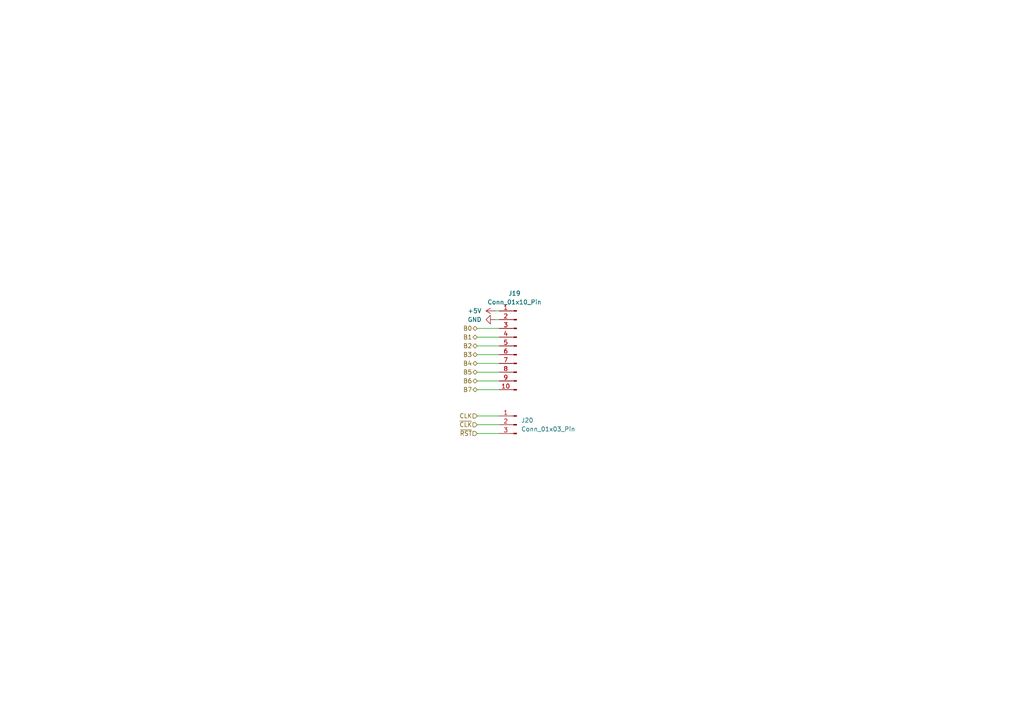
<source format=kicad_sch>
(kicad_sch (version 20231120) (generator "eeschema") (generator_version "8.0")
  (paper "A4")
  (lib_symbols
    (symbol "Connector:Conn_01x03_Pin" (pin_names (offset 1.016) hide)
      (property "Reference" "J" (at 0 5.08 0))
      (property "Value" "Conn_01x03_Pin" (at 0 -5.08 0))
      (symbol "Conn_01x03_Pin_1_1"
        (polyline (pts (xy 1.27 -2.54) (xy 0.8636 -2.54)) (stroke (width 0.1524)))
        (polyline (pts (xy 1.27 0) (xy 0.8636 0)) (stroke (width 0.1524)))
        (polyline (pts (xy 1.27 2.54) (xy 0.8636 2.54)) (stroke (width 0.1524)))
        (rectangle (start 0.8636 -2.413) (end 0 -2.667) (stroke (width 0.1524)) (fill (type outline)))
        (rectangle (start 0.8636 0.127) (end 0 -0.127) (stroke (width 0.1524)) (fill (type outline)))
        (rectangle (start 0.8636 2.667) (end 0 2.413) (stroke (width 0.1524)) (fill (type outline)))
        (pin passive line (at 5.08 2.54 180) (length 3.81) (name "Pin_1") (number "1"))
        (pin passive line (at 5.08 0 180) (length 3.81) (name "Pin_2") (number "2"))
        (pin passive line (at 5.08 -2.54 180) (length 3.81) (name "Pin_3") (number "3"))
      )
    )
    (symbol "Connector:Conn_01x10_Pin" (pin_names (offset 1.016) hide)
      (property "Reference" "J" (at 0 12.7 0))
      (property "Value" "Conn_01x10_Pin" (at 0 -15.24 0))
      (symbol "Conn_01x10_Pin_1_1"
        (polyline (pts (xy 1.27 -12.7) (xy 0.8636 -12.7)) (stroke (width 0.1524)))
        (polyline (pts (xy 1.27 -10.16) (xy 0.8636 -10.16)) (stroke (width 0.1524)))
        (polyline (pts (xy 1.27 -7.62) (xy 0.8636 -7.62)) (stroke (width 0.1524)))
        (polyline (pts (xy 1.27 -5.08) (xy 0.8636 -5.08)) (stroke (width 0.1524)))
        (polyline (pts (xy 1.27 -2.54) (xy 0.8636 -2.54)) (stroke (width 0.1524)))
        (polyline (pts (xy 1.27 0) (xy 0.8636 0)) (stroke (width 0.1524)))
        (polyline (pts (xy 1.27 2.54) (xy 0.8636 2.54)) (stroke (width 0.1524)))
        (polyline (pts (xy 1.27 5.08) (xy 0.8636 5.08)) (stroke (width 0.1524)))
        (polyline (pts (xy 1.27 7.62) (xy 0.8636 7.62)) (stroke (width 0.1524)))
        (polyline (pts (xy 1.27 10.16) (xy 0.8636 10.16)) (stroke (width 0.1524)))
        (rectangle (start 0.8636 -12.573) (end 0 -12.827) (stroke (width 0.1524)) (fill (type outline)))
        (rectangle (start 0.8636 -10.033) (end 0 -10.287) (stroke (width 0.1524)) (fill (type outline)))
        (rectangle (start 0.8636 -7.493) (end 0 -7.747) (stroke (width 0.1524)) (fill (type outline)))
        (rectangle (start 0.8636 -4.953) (end 0 -5.207) (stroke (width 0.1524)) (fill (type outline)))
        (rectangle (start 0.8636 -2.413) (end 0 -2.667) (stroke (width 0.1524)) (fill (type outline)))
        (rectangle (start 0.8636 0.127) (end 0 -0.127) (stroke (width 0.1524)) (fill (type outline)))
        (rectangle (start 0.8636 2.667) (end 0 2.413) (stroke (width 0.1524)) (fill (type outline)))
        (rectangle (start 0.8636 5.207) (end 0 4.953) (stroke (width 0.1524)) (fill (type outline)))
        (rectangle (start 0.8636 7.747) (end 0 7.493) (stroke (width 0.1524)) (fill (type outline)))
        (rectangle (start 0.8636 10.287) (end 0 10.033) (stroke (width 0.1524)) (fill (type outline)))
        (pin passive line (at 5.08 10.16 180) (length 3.81) (name "Pin_1") (number "1"))
        (pin passive line (at 5.08 -12.7 180) (length 3.81) (name "Pin_10") (number "10"))
        (pin passive line (at 5.08 7.62 180) (length 3.81) (name "Pin_2") (number "2"))
        (pin passive line (at 5.08 5.08 180) (length 3.81) (name "Pin_3") (number "3"))
        (pin passive line (at 5.08 2.54 180) (length 3.81) (name "Pin_4") (number "4"))
        (pin passive line (at 5.08 0 180) (length 3.81) (name "Pin_5") (number "5"))
        (pin passive line (at 5.08 -2.54 180) (length 3.81) (name "Pin_6") (number "6"))
        (pin passive line (at 5.08 -5.08 180) (length 3.81) (name "Pin_7") (number "7"))
        (pin passive line (at 5.08 -7.62 180) (length 3.81) (name "Pin_8") (number "8"))
        (pin passive line (at 5.08 -10.16 180) (length 3.81) (name "Pin_9") (number "9"))
      )
    )
    (symbol "power:+5V" (power) (pin_numbers hide) (pin_names (offset 0) hide)
      (property "Value" "+5V" (at 0 3.556 0))
      (symbol "+5V_0_1"
        (polyline (pts (xy -0.762 1.27) (xy 0 2.54)))
        (polyline (pts (xy 0 0) (xy 0 2.54)))
        (polyline (pts (xy 0 2.54) (xy 0.762 1.27)))
      )
      (symbol "+5V_1_1"
        (pin power_in line (at 0 0 90) (length 0) (name "~") (number "1"))
      )
    )
    (symbol "power:GND" (power) (pin_numbers hide) (pin_names (offset 0) hide)
      (property "Value" "GND" (at 0 -3.81 0))
      (symbol "GND_0_1"
        (polyline (pts (xy 0 0) (xy 0 -1.27) (xy 1.27 -1.27) (xy 0 -2.54) (xy -1.27 -1.27) (xy 0 -1.27)))
      )
      (symbol "GND_1_1"
        (pin power_in line (at 0 0 270) (length 0) (name "~") (number "1"))
      )
    )
  )
  (wire (pts (xy 138.43 120.65) (xy 144.78 120.65)))
  (wire (pts (xy 144.78 95.25) (xy 138.43 95.25)))
  (wire (pts (xy 138.43 125.73) (xy 144.78 125.73)))
  (wire (pts (xy 144.78 105.41) (xy 138.43 105.41)))
  (wire (pts (xy 144.78 110.49) (xy 138.43 110.49)))
  (wire (pts (xy 144.78 107.95) (xy 138.43 107.95)))
  (wire (pts (xy 138.43 123.19) (xy 144.78 123.19)))
  (wire (pts (xy 144.78 113.03) (xy 138.43 113.03)))
  (wire (pts (xy 144.78 92.71) (xy 143.51 92.71)))
  (wire (pts (xy 144.78 97.79) (xy 138.43 97.79)))
  (wire (pts (xy 144.78 102.87) (xy 138.43 102.87)))
  (wire (pts (xy 143.51 90.17) (xy 144.78 90.17)))
  (wire (pts (xy 144.78 100.33) (xy 138.43 100.33)))
  (hierarchical_label "B7" (shape bidirectional) (at 138.43 113.03 180))
  (hierarchical_label "B3" (shape bidirectional) (at 138.43 102.87 180))
  (hierarchical_label "B2" (shape bidirectional) (at 138.43 100.33 180))
  (hierarchical_label "B6" (shape bidirectional) (at 138.43 110.49 180))
  (hierarchical_label "B0" (shape bidirectional) (at 138.43 95.25 180))
  (hierarchical_label "~{RST}" (shape input) (at 138.43 125.73 180))
  (hierarchical_label "B1" (shape bidirectional) (at 138.43 97.79 180))
  (hierarchical_label "B5" (shape bidirectional) (at 138.43 107.95 180))
  (hierarchical_label "CLK" (shape input) (at 138.43 120.65 180))
  (hierarchical_label "~{CLK}" (shape input) (at 138.43 123.19 180))
  (hierarchical_label "B4" (shape bidirectional) (at 138.43 105.41 180))
  (symbol (lib_id "Connector:Conn_01x10_Pin") (at 149.86 100.33 0) (mirror y) (unit 1)
    (property "Reference" "J19" (at 149.225 85.09 0))
    (property "Value" "Conn_01x10_Pin" (at 149.225 87.63 0))
    (property "Footprint" "Connector_PinHeader_2.54mm:PinHeader_1x10_P2.54mm_Vertical" (effects (hide yes)))
    (property "Description" "Generic connector, single row, 01x10, script generated" (effects (hide yes)))
  )
  (symbol (lib_id "power:GND") (at 143.51 92.71 270) (mirror x) (unit 1)
    (property "Reference" "#PWR022" (effects (hide yes)))
    (property "Value" "GND" (at 139.7 92.7099 90) (effects (justify right)))
    (property "Description" "Power symbol creates a global label with name \"GND\" , ground" (effects (hide yes)))
  )
  (symbol (lib_id "power:+5V") (at 143.51 90.17 90) (mirror x) (unit 1)
    (property "Reference" "#PWR021" (effects (hide yes)))
    (property "Value" "+5V" (at 139.7 90.1699 90) (effects (justify left)))
    (property "Description" "Power symbol creates a global label with name \"+5V\"" (effects (hide yes)))
  )
  (symbol (lib_id "Connector:Conn_01x03_Pin") (at 149.86 123.19 0) (mirror y) (unit 1)
    (property "Reference" "J20" (at 151.13 121.9199 0) (effects (justify right)))
    (property "Value" "Conn_01x03_Pin" (at 151.13 124.4599 0) (effects (justify right)))
    (property "Footprint" "Connector_PinHeader_2.54mm:PinHeader_1x03_P2.54mm_Vertical" (effects (hide yes)))
    (property "Description" "Generic connector, single row, 01x03, script generated" (effects (hide yes)))
  )
)
</source>
